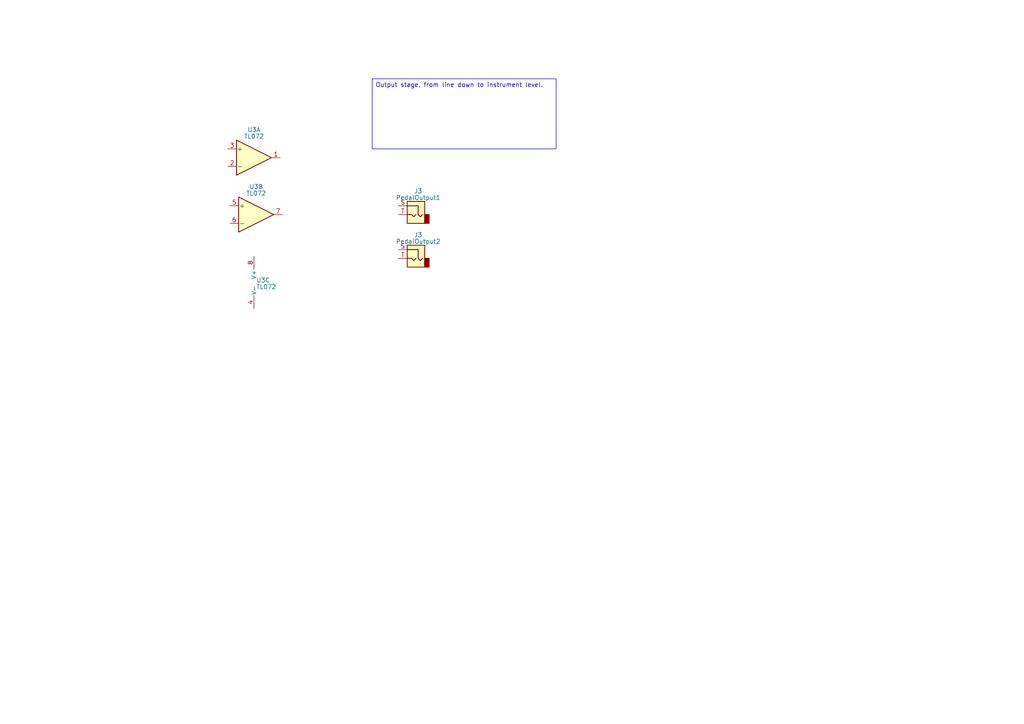
<source format=kicad_sch>
(kicad_sch (version 20230121) (generator eeschema)
  (paper "A4")
  (lib_symbols
    (symbol "Amplifier_Operational:TL072" (pin_names (offset 0.127))
      (property "Reference" "U" (at 0 5.08 0))
      (property "Value" "TL072" (at 0 -5.08 0))
      (symbol "TL072_1_1"
        (polyline (pts (xy -5.08 5.08) (xy 5.08 0) (xy -5.08 -5.08) (xy -5.08 5.08)) (stroke (width 0.254)) (fill (type background)))
        (pin output line (at 7.62 0 180) (length 2.54) (name "~") (number "1"))
        (pin input line (at -7.62 -2.54 0) (length 2.54) (name "-") (number "2"))
        (pin input line (at -7.62 2.54 0) (length 2.54) (name "+") (number "3"))
      )
      (symbol "TL072_2_1"
        (polyline (pts (xy -5.08 5.08) (xy 5.08 0) (xy -5.08 -5.08) (xy -5.08 5.08)) (stroke (width 0.254)) (fill (type background)))
        (pin input line (at -7.62 2.54 0) (length 2.54) (name "+") (number "5"))
        (pin input line (at -7.62 -2.54 0) (length 2.54) (name "-") (number "6"))
        (pin output line (at 7.62 0 180) (length 2.54) (name "~") (number "7"))
      )
      (symbol "TL072_3_1"
        (pin power_in line (at -2.54 -7.62 90) (length 3.81) (name "V-") (number "4"))
        (pin power_in line (at -2.54 7.62 270) (length 3.81) (name "V+") (number "8"))
      )
    )
    (symbol "Connector_Audio:AudioJack2"
      (property "Reference" "J" (at 0 8.89 0))
      (property "Value" "AudioJack2" (at 0 6.35 0))
      (symbol "AudioJack2_0_1"
        (rectangle (start -3.81 0) (end -2.54 -2.54) (stroke (width 0.254)) (fill (type outline)))
        (rectangle (start -2.54 3.81) (end 2.54 -2.54) (stroke (width 0.254)) (fill (type background)))
        (polyline (pts (xy 0 0) (xy 0.635 -0.635) (xy 1.27 0) (xy 2.54 0)) (stroke (width 0.254)))
        (polyline (pts (xy 2.54 2.54) (xy -0.635 2.54) (xy -0.635 0) (xy -1.27 -0.635) (xy -1.905 0)) (stroke (width 0.254)))
      )
      (symbol "AudioJack2_1_1"
        (pin passive line (at 5.08 2.54 180) (length 2.54) (name "~") (number "S"))
        (pin passive line (at 5.08 0 180) (length 2.54) (name "~") (number "T"))
      )
    )
  )
  (text_box "Output stage, from line down to instrument level." (at 107.95 22.86 0) (size 53.34 20.32) (effects (font (size 1.27 1.27)) (justify left top)))
  (symbol (lib_id "Connector_Audio:AudioJack2") (at 120.65 62.23 0) (mirror y) (unit 1)
    (property "Reference" "J3" (at 121.285 55.4101 0))
    (property "Value" "PedalOutput1" (at 121.285 57.3311 0))
    (instances (project "stomp_00" (path "" (reference "J3") (unit 1)) (path "" (reference "J2") (unit 1))))
  )
  (symbol (lib_id "Amplifier_Operational:TL072") (at 74.295 62.23 0) (unit 2)
    (property "Reference" "U3" (at 74.295 54.1401 0))
    (property "Value" "TL072" (at 74.295 56.0611 0))
    (property "Footprint" "Package_SO:SOIC-8_3.9x4.9mm_P1.27mm" (effects hide))
    (property "Datasheet" "http://www.ti.com/lit/ds/symlink/tl071.pdf" (effects hide))
    (instances (project "stomp_00" (path "" (reference "U3") (unit 2)) (path "" (reference "U3") (unit 2)) (path "" (reference "U10") (unit 2))))
  )
  (symbol (lib_id "Amplifier_Operational:TL072") (at 73.66 45.72 0) (unit 1)
    (property "Reference" "U3" (at 73.66 37.6301 0))
    (property "Value" "TL072" (at 73.66 39.5511 0))
    (property "Footprint" "Package_SO:SOIC-8_3.9x4.9mm_P1.27mm" (effects hide))
    (property "Datasheet" "http://www.ti.com/lit/ds/symlink/tl071.pdf" (effects hide))
    (instances (project "stomp_00" (path "" (reference "U3") (unit 1)) (path "" (reference "U3") (unit 1)) (path "" (reference "U10") (unit 1))))
  )
  (symbol (lib_id "Connector_Audio:AudioJack2") (at 120.65 74.93 0) (mirror y) (unit 1)
    (property "Reference" "J3" (at 121.285 68.1101 0))
    (property "Value" "PedalOutput2" (at 121.285 70.0311 0))
    (instances (project "stomp_00" (path "" (reference "J3") (unit 1)) (path "" (reference "J8") (unit 1))))
  )
  (symbol (lib_id "Amplifier_Operational:TL072") (at 76.2 81.915 0) (unit 3)
    (property "Reference" "U3" (at 74.295 81.2713 0) (effects (justify left)))
    (property "Value" "TL072" (at 74.295 83.1923 0) (effects (justify left)))
    (property "Footprint" "Package_SO:SOIC-8_3.9x4.9mm_P1.27mm" (effects hide))
    (property "Datasheet" "http://www.ti.com/lit/ds/symlink/tl071.pdf" (effects hide))
    (instances (project "stomp_00" (path "" (reference "U3") (unit 3)) (path "" (reference "U3") (unit 3)) (path "" (reference "U10") (unit 3))))
  )
)
</source>
